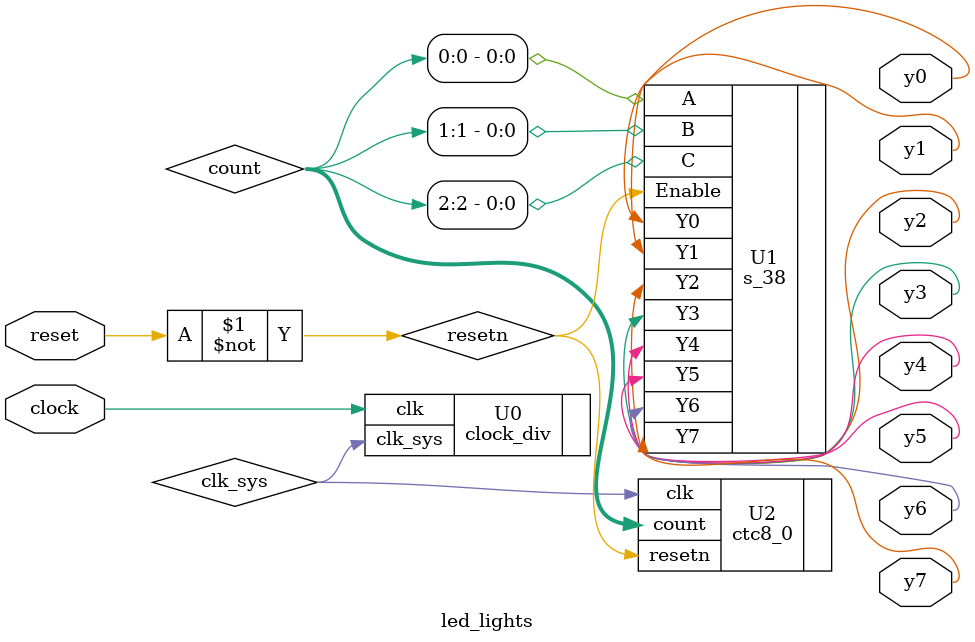
<source format=v>
`timescale 1ns / 1ps


module led_lights(
    clock,
    reset,
    y0,
    y1,
    y2,
    y3,
    y4,
    y5,
    y6,
    y7
    );
    
    input clock,reset;
    output y0,y1,y2,y3,y4,y5,y6,y7;
    
    wire  clk_sys;
    wire [2:0] count;
    wire reset;

    assign resetn = ~reset;
    // clock
    clock_div  U0(
         .clk(clock),
         .clk_sys(clk_sys)
    );
    
    // 38decoder
    s_38  U1(
        .A(count[0]),
        .B(count[1]),
        .C(count[2]),
        .Enable(resetn),
        .Y0(y0),
        .Y1(y1),
        .Y2(y2),
        .Y3(y3),
        .Y4(y4),
        .Y5(y5),
        .Y6(y6),
        .Y7(y7)
    );
    
    // ctc
    ctc8_0  U2(
        .clk(clk_sys),
        .resetn(resetn),
        .count(count)
    );    
endmodule


</source>
